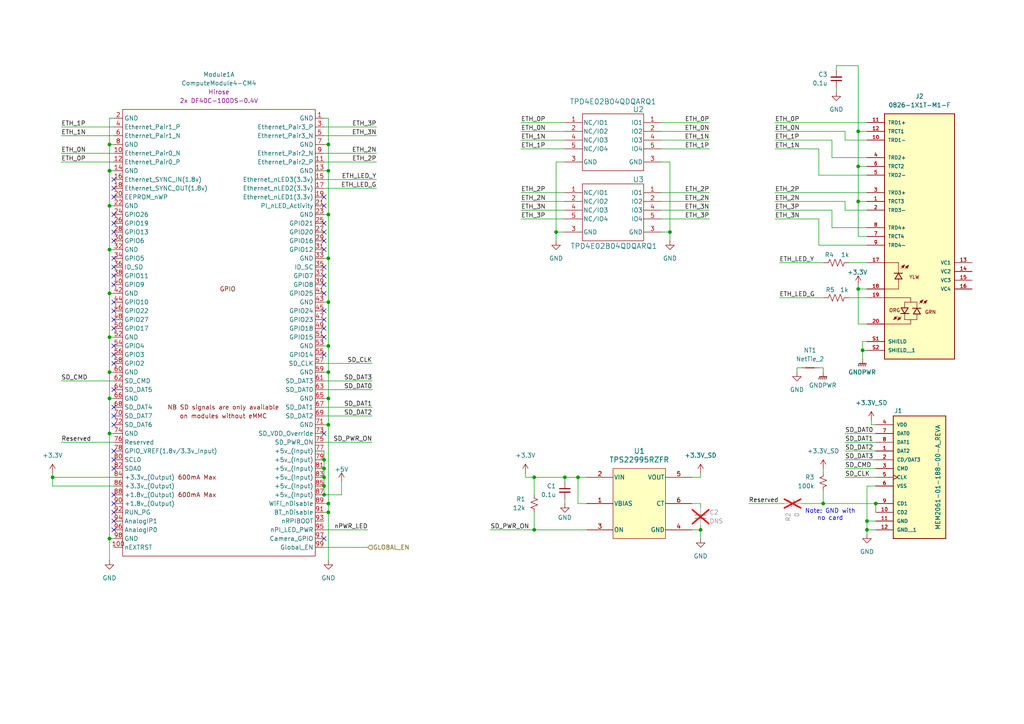
<source format=kicad_sch>
(kicad_sch (version 20231120) (generator "eeschema") (generator_version "8.0")
  (paper "A4")
  (lib_symbols
    (symbol "0826-1X1T-M1-F:0826-1X1T-M1-F" (pin_names (offset 1.016))
      (property "Reference" "J" (at -10.16 34.29 0))
      (property "Value" "0826-1X1T-M1-F" (at -10.16 -39.37 0))
      (symbol "0826-1X1T-M1-F_0_0"
        (text "GRN" (at 1.524 -23.876 0) (effects (font (size 1.016 1.016)) (justify left top)))
        (text "ORG" (at -8.89 -23.368 0) (effects (font (size 1.016 1.016)) (justify left top)))
        (text "YLW" (at -3.048 -13.716 0) (effects (font (size 1.016 1.016)) (justify left top)))
        (pin passive line (at -15.24 7.62 0) (length 5.08) (name "TRCT3") (number "1"))
        (pin passive line (at -15.24 25.4 0) (length 5.08) (name "TRD1-") (number "10"))
        (pin passive line (at -15.24 30.48 0) (length 5.08) (name "TRD1+") (number "11"))
        (pin passive line (at -15.24 27.94 0) (length 5.08) (name "TRCT1") (number "12"))
        (pin passive line (at 15.24 -10.16 180) (length 5.08) (name "VC1") (number "13"))
        (pin passive line (at 15.24 -12.7 180) (length 5.08) (name "VC2") (number "14"))
        (pin passive line (at 15.24 -15.24 180) (length 5.08) (name "VC3") (number "15"))
        (pin passive line (at 15.24 -17.78 180) (length 5.08) (name "VC4") (number "16"))
        (pin passive line (at -15.24 -10.16 0) (length 5.08) (name "~") (number "17"))
        (pin passive line (at -15.24 -17.78 0) (length 5.08) (name "~") (number "18"))
        (pin passive line (at -15.24 -20.32 0) (length 5.08) (name "~") (number "19"))
        (pin passive line (at -15.24 5.08 0) (length 5.08) (name "TRD3-") (number "2"))
        (pin passive line (at -15.24 -27.94 0) (length 5.08) (name "~") (number "20"))
        (pin passive line (at -15.24 10.16 0) (length 5.08) (name "TRD3+") (number "3"))
        (pin passive line (at -15.24 20.32 0) (length 5.08) (name "TRD2+") (number "4"))
        (pin passive line (at -15.24 15.24 0) (length 5.08) (name "TRD2-") (number "5"))
        (pin passive line (at -15.24 17.78 0) (length 5.08) (name "TRCT2") (number "6"))
        (pin passive line (at -15.24 -2.54 0) (length 5.08) (name "TRCT4") (number "7"))
        (pin passive line (at -15.24 0 0) (length 5.08) (name "TRD4+") (number "8"))
        (pin passive line (at -15.24 -5.08 0) (length 5.08) (name "TRD4-") (number "9"))
        (pin passive line (at -15.24 -33.02 0) (length 5.08) (name "SHIELD") (number "S1"))
        (pin passive line (at -15.24 -35.56 0) (length 5.08) (name "SHIELD__1") (number "S2"))
      )
    )
    (symbol "CM4IO:ComputeModule4-CM4"
      (property "Reference" "Module" (at 113.03 -68.58 0))
      (property "Value" "ComputeModule4-CM4" (at 140.97 2.54 0))
      (property "Field4" "Hirose" (at 0 0 0))
      (property "Field5" "2x DF40C-100DS-0.4V" (at 0 -2.54 0))
      (symbol "ComputeModule4-CM4_1_0"
        (text "GPIO" (at 0 6.35 0) (effects (font (size 1.27 1.27))))
      )
      (symbol "ComputeModule4-CM4_1_1"
        (text "600mA Max" (at -8.89 -53.34 0) (effects (font (size 1.27 1.27))))
        (text "600mA Max" (at -8.89 -48.26 0) (effects (font (size 1.27 1.27))))
        (text "NB SD signals are only available" (at -1.27 -27.94 0) (effects (font (size 1.27 1.27))))
        (text "on modules without eMMC" (at -1.27 -30.48 0) (effects (font (size 1.27 1.27))))
        (pin power_in line (at 27.94 55.88 180) (length 2.54) (name "GND") (number "1"))
        (pin passive line (at -33.02 45.72 0) (length 2.54) (name "Ethernet_Pair0_N") (number "10"))
        (pin output line (at -33.02 -68.58 0) (length 2.54) (name "nEXTRST") (number "100"))
        (pin passive line (at 27.94 43.18 180) (length 2.54) (name "Ethernet_Pair2_P") (number "11"))
        (pin passive line (at -33.02 43.18 0) (length 2.54) (name "Ethernet_Pair0_P") (number "12"))
        (pin power_in line (at 27.94 40.64 180) (length 2.54) (name "GND") (number "13"))
        (pin power_in line (at -33.02 40.64 0) (length 2.54) (name "GND") (number "14"))
        (pin output line (at 27.94 38.1 180) (length 2.54) (name "Ethernet_nLED3(3.3v)") (number "15"))
        (pin input line (at -33.02 38.1 0) (length 2.54) (name "Ethernet_SYNC_IN(1.8v)") (number "16"))
        (pin output line (at 27.94 35.56 180) (length 2.54) (name "Ethernet_nLED2(3.3v)") (number "17"))
        (pin input line (at -33.02 35.56 0) (length 2.54) (name "Ethernet_SYNC_OUT(1.8v)") (number "18"))
        (pin output line (at 27.94 33.02 180) (length 2.54) (name "Ethernet_nLED1(3.3v)") (number "19"))
        (pin power_in line (at -33.02 55.88 0) (length 2.54) (name "GND") (number "2"))
        (pin passive line (at -33.02 33.02 0) (length 2.54) (name "EEPROM_nWP") (number "20"))
        (pin open_collector line (at 27.94 30.48 180) (length 2.54) (name "PI_nLED_Activity") (number "21"))
        (pin power_in line (at -33.02 30.48 0) (length 2.54) (name "GND") (number "22"))
        (pin power_in line (at 27.94 27.94 180) (length 2.54) (name "GND") (number "23"))
        (pin passive line (at -33.02 27.94 0) (length 2.54) (name "GPIO26") (number "24"))
        (pin passive line (at 27.94 25.4 180) (length 2.54) (name "GPIO21") (number "25"))
        (pin passive line (at -33.02 25.4 0) (length 2.54) (name "GPIO19") (number "26"))
        (pin passive line (at 27.94 22.86 180) (length 2.54) (name "GPIO20") (number "27"))
        (pin passive line (at -33.02 22.86 0) (length 2.54) (name "GPIO13") (number "28"))
        (pin passive line (at 27.94 20.32 180) (length 2.54) (name "GPIO16") (number "29"))
        (pin passive line (at 27.94 53.34 180) (length 2.54) (name "Ethernet_Pair3_P") (number "3"))
        (pin passive line (at -33.02 20.32 0) (length 2.54) (name "GPIO6") (number "30"))
        (pin passive line (at 27.94 17.78 180) (length 2.54) (name "GPIO12") (number "31"))
        (pin power_in line (at -33.02 17.78 0) (length 2.54) (name "GND") (number "32"))
        (pin power_in line (at 27.94 15.24 180) (length 2.54) (name "GND") (number "33"))
        (pin passive line (at -33.02 15.24 0) (length 2.54) (name "GPIO5") (number "34"))
        (pin passive line (at 27.94 12.7 180) (length 2.54) (name "ID_SC") (number "35"))
        (pin passive line (at -33.02 12.7 0) (length 2.54) (name "ID_SD") (number "36"))
        (pin passive line (at 27.94 10.16 180) (length 2.54) (name "GPIO7") (number "37"))
        (pin passive line (at -33.02 10.16 0) (length 2.54) (name "GPIO11") (number "38"))
        (pin passive line (at 27.94 7.62 180) (length 2.54) (name "GPIO8") (number "39"))
        (pin passive line (at -33.02 53.34 0) (length 2.54) (name "Ethernet_Pair1_P") (number "4"))
        (pin passive line (at -33.02 7.62 0) (length 2.54) (name "GPIO9") (number "40"))
        (pin passive line (at 27.94 5.08 180) (length 2.54) (name "GPIO25") (number "41"))
        (pin power_in line (at -33.02 5.08 0) (length 2.54) (name "GND") (number "42"))
        (pin power_in line (at 27.94 2.54 180) (length 2.54) (name "GND") (number "43"))
        (pin passive line (at -33.02 2.54 0) (length 2.54) (name "GPIO10") (number "44"))
        (pin passive line (at 27.94 0 180) (length 2.54) (name "GPIO24") (number "45"))
        (pin passive line (at -33.02 0 0) (length 2.54) (name "GPIO22") (number "46"))
        (pin passive line (at 27.94 -2.54 180) (length 2.54) (name "GPIO23") (number "47"))
        (pin passive line (at -33.02 -2.54 0) (length 2.54) (name "GPIO27") (number "48"))
        (pin passive line (at 27.94 -5.08 180) (length 2.54) (name "GPIO18") (number "49"))
        (pin passive line (at 27.94 50.8 180) (length 2.54) (name "Ethernet_Pair3_N") (number "5"))
        (pin passive line (at -33.02 -5.08 0) (length 2.54) (name "GPIO17") (number "50"))
        (pin passive line (at 27.94 -7.62 180) (length 2.54) (name "GPIO15") (number "51"))
        (pin power_in line (at -33.02 -7.62 0) (length 2.54) (name "GND") (number "52"))
        (pin power_in line (at 27.94 -10.16 180) (length 2.54) (name "GND") (number "53"))
        (pin passive line (at -33.02 -10.16 0) (length 2.54) (name "GPIO4") (number "54"))
        (pin passive line (at 27.94 -12.7 180) (length 2.54) (name "GPIO14") (number "55"))
        (pin passive line (at -33.02 -12.7 0) (length 2.54) (name "GPIO3") (number "56"))
        (pin passive line (at 27.94 -15.24 180) (length 2.54) (name "SD_CLK") (number "57"))
        (pin passive line (at -33.02 -15.24 0) (length 2.54) (name "GPIO2") (number "58"))
        (pin power_in line (at 27.94 -17.78 180) (length 2.54) (name "GND") (number "59"))
        (pin passive line (at -33.02 50.8 0) (length 2.54) (name "Ethernet_Pair1_N") (number "6"))
        (pin power_in line (at -33.02 -17.78 0) (length 2.54) (name "GND") (number "60"))
        (pin passive line (at 27.94 -20.32 180) (length 2.54) (name "SD_DAT3") (number "61"))
        (pin passive line (at -33.02 -20.32 0) (length 2.54) (name "SD_CMD") (number "62"))
        (pin passive line (at 27.94 -22.86 180) (length 2.54) (name "SD_DAT0") (number "63"))
        (pin passive line (at -33.02 -22.86 0) (length 2.54) (name "SD_DAT5") (number "64"))
        (pin power_in line (at 27.94 -25.4 180) (length 2.54) (name "GND") (number "65"))
        (pin power_in line (at -33.02 -25.4 0) (length 2.54) (name "GND") (number "66"))
        (pin passive line (at 27.94 -27.94 180) (length 2.54) (name "SD_DAT1") (number "67"))
        (pin passive line (at -33.02 -27.94 0) (length 2.54) (name "SD_DAT4") (number "68"))
        (pin passive line (at 27.94 -30.48 180) (length 2.54) (name "SD_DAT2") (number "69"))
        (pin power_in line (at 27.94 48.26 180) (length 2.54) (name "GND") (number "7"))
        (pin passive line (at -33.02 -30.48 0) (length 2.54) (name "SD_DAT7") (number "70"))
        (pin power_in line (at 27.94 -33.02 180) (length 2.54) (name "GND") (number "71"))
        (pin passive line (at -33.02 -33.02 0) (length 2.54) (name "SD_DAT6") (number "72"))
        (pin input line (at 27.94 -35.56 180) (length 2.54) (name "SD_VDD_Override") (number "73"))
        (pin power_in line (at -33.02 -35.56 0) (length 2.54) (name "GND") (number "74"))
        (pin output line (at 27.94 -38.1 180) (length 2.54) (name "SD_PWR_ON") (number "75"))
        (pin passive line (at -33.02 -38.1 0) (length 2.54) (name "Reserved") (number "76"))
        (pin power_in line (at 27.94 -40.64 180) (length 2.54) (name "+5v_(Input)") (number "77"))
        (pin power_in line (at -33.02 -40.64 0) (length 2.54) (name "GPIO_VREF(1.8v/3.3v_Input)") (number "78"))
        (pin power_in line (at 27.94 -43.18 180) (length 2.54) (name "+5v_(Input)") (number "79"))
        (pin power_in line (at -33.02 48.26 0) (length 2.54) (name "GND") (number "8"))
        (pin passive line (at -33.02 -43.18 0) (length 2.54) (name "SCL0") (number "80"))
        (pin power_in line (at 27.94 -45.72 180) (length 2.54) (name "+5v_(Input)") (number "81"))
        (pin passive line (at -33.02 -45.72 0) (length 2.54) (name "SDA0") (number "82"))
        (pin power_in line (at 27.94 -48.26 180) (length 2.54) (name "+5v_(Input)") (number "83"))
        (pin power_out line (at -33.02 -48.26 0) (length 2.54) (name "+3.3v_(Output)") (number "84"))
        (pin power_in line (at 27.94 -50.8 180) (length 2.54) (name "+5v_(Input)") (number "85"))
        (pin power_out line (at -33.02 -50.8 0) (length 2.54) (name "+3.3v_(Output)") (number "86"))
        (pin power_in line (at 27.94 -53.34 180) (length 2.54) (name "+5v_(Input)") (number "87"))
        (pin power_out line (at -33.02 -53.34 0) (length 2.54) (name "+1.8v_(Output)") (number "88"))
        (pin power_in line (at 27.94 -55.88 180) (length 2.54) (name "WiFi_nDisable") (number "89"))
        (pin passive line (at 27.94 45.72 180) (length 2.54) (name "Ethernet_Pair2_N") (number "9"))
        (pin power_out line (at -33.02 -55.88 0) (length 2.54) (name "+1.8v_(Output)") (number "90"))
        (pin power_in line (at 27.94 -58.42 180) (length 2.54) (name "BT_nDisable") (number "91"))
        (pin passive line (at -33.02 -58.42 0) (length 2.54) (name "RUN_PG") (number "92"))
        (pin input line (at 27.94 -60.96 180) (length 2.54) (name "nRPIBOOT") (number "93"))
        (pin passive line (at -33.02 -60.96 0) (length 2.54) (name "AnalogIP1") (number "94"))
        (pin output line (at 27.94 -63.5 180) (length 2.54) (name "nPI_LED_PWR") (number "95"))
        (pin passive line (at -33.02 -63.5 0) (length 2.54) (name "AnalogIP0") (number "96"))
        (pin passive line (at 27.94 -66.04 180) (length 2.54) (name "Camera_GPIO") (number "97"))
        (pin power_in line (at -33.02 -66.04 0) (length 2.54) (name "GND") (number "98"))
        (pin input line (at 27.94 -68.58 180) (length 2.54) (name "Global_EN") (number "99"))
      )
      (symbol "ComputeModule4-CM4_2_1"
        (text "High Speed Serial" (at 140.97 0 0) (effects (font (size 1.27 1.27))))
        (pin input line (at 170.18 60.96 180) (length 5.08) (name "USB_OTG_ID") (number "101"))
        (pin input line (at 109.22 60.96 0) (length 5.08) (name "PCIe_CLK_nREQ") (number "102"))
        (pin passive line (at 170.18 58.42 180) (length 5.08) (name "USB2_N") (number "103"))
        (pin passive line (at 109.22 58.42 0) (length 5.08) (name "Reserved") (number "104"))
        (pin passive line (at 170.18 55.88 180) (length 5.08) (name "USB2_P") (number "105"))
        (pin passive line (at 109.22 55.88 0) (length 5.08) (name "Reserved") (number "106"))
        (pin power_in line (at 170.18 53.34 180) (length 5.08) (name "GND") (number "107"))
        (pin power_in line (at 109.22 53.34 0) (length 5.08) (name "GND") (number "108"))
        (pin bidirectional line (at 170.18 50.8 180) (length 5.08) (name "PCIe_nRST") (number "109"))
        (pin output line (at 109.22 50.8 0) (length 5.08) (name "PCIe_CLK_P") (number "110"))
        (pin passive line (at 170.18 48.26 180) (length 5.08) (name "VDAC_COMP") (number "111"))
        (pin output line (at 109.22 48.26 0) (length 5.08) (name "PCIe_CLK_N") (number "112"))
        (pin power_in line (at 170.18 45.72 180) (length 5.08) (name "GND") (number "113"))
        (pin power_in line (at 109.22 45.72 0) (length 5.08) (name "GND") (number "114"))
        (pin input line (at 170.18 43.18 180) (length 5.08) (name "CAM1_D0_N") (number "115"))
        (pin input line (at 109.22 43.18 0) (length 5.08) (name "PCIe_RX_P") (number "116"))
        (pin input line (at 170.18 40.64 180) (length 5.08) (name "CAM1_D0_P") (number "117"))
        (pin input line (at 109.22 40.64 0) (length 5.08) (name "PCIe_RX_N") (number "118"))
        (pin power_in line (at 170.18 38.1 180) (length 5.08) (name "GND") (number "119"))
        (pin power_in line (at 109.22 38.1 0) (length 5.08) (name "GND") (number "120"))
        (pin input line (at 170.18 35.56 180) (length 5.08) (name "CAM1_D1_N") (number "121"))
        (pin output line (at 109.22 35.56 0) (length 5.08) (name "PCIe_TX_P") (number "122"))
        (pin input line (at 170.18 33.02 180) (length 5.08) (name "CAM1_D1_P") (number "123"))
        (pin output line (at 109.22 33.02 0) (length 5.08) (name "PCIe_TX_N") (number "124"))
        (pin power_in line (at 170.18 30.48 180) (length 5.08) (name "GND") (number "125"))
        (pin power_in line (at 109.22 30.48 0) (length 5.08) (name "GND") (number "126"))
        (pin input line (at 170.18 27.94 180) (length 5.08) (name "CAM1_C_N") (number "127"))
        (pin input line (at 109.22 27.94 0) (length 5.08) (name "CAM0_D0_N") (number "128"))
        (pin input line (at 170.18 25.4 180) (length 5.08) (name "CAM1_C_P") (number "129"))
        (pin input line (at 109.22 25.4 0) (length 5.08) (name "CAM0_D0_P") (number "130"))
        (pin power_in line (at 170.18 22.86 180) (length 5.08) (name "GND") (number "131"))
        (pin power_in line (at 109.22 22.86 0) (length 5.08) (name "GND") (number "132"))
        (pin input line (at 170.18 20.32 180) (length 5.08) (name "CAM1_D2_N") (number "133"))
        (pin input line (at 109.22 20.32 0) (length 5.08) (name "CAM0_D1_N") (number "134"))
        (pin input line (at 170.18 17.78 180) (length 5.08) (name "CAM1_D2_P") (number "135"))
        (pin input line (at 109.22 17.78 0) (length 5.08) (name "CAM0_D1_P") (number "136"))
        (pin power_in line (at 170.18 15.24 180) (length 5.08) (name "GND") (number "137"))
        (pin power_in line (at 109.22 15.24 0) (length 5.08) (name "GND") (number "138"))
        (pin input line (at 170.18 12.7 180) (length 5.08) (name "CAM1_D3_N") (number "139"))
        (pin input line (at 109.22 12.7 0) (length 5.08) (name "CAM0_C_N") (number "140"))
        (pin input line (at 170.18 10.16 180) (length 5.08) (name "CAM1_D3_P") (number "141"))
        (pin input line (at 109.22 10.16 0) (length 5.08) (name "CAM0_C_P") (number "142"))
        (pin input line (at 170.18 7.62 180) (length 5.08) (name "HDMI1_HOTPLUG") (number "143"))
        (pin power_in line (at 109.22 7.62 0) (length 5.08) (name "GND") (number "144"))
        (pin bidirectional line (at 170.18 5.08 180) (length 5.08) (name "HDMI1_SDA") (number "145"))
        (pin output line (at 109.22 5.08 0) (length 5.08) (name "HDMI1_TX2_P") (number "146"))
        (pin open_collector line (at 170.18 2.54 180) (length 5.08) (name "HDMI1_SCL") (number "147"))
        (pin output line (at 109.22 2.54 0) (length 5.08) (name "HDMI1_TX2_N") (number "148"))
        (pin open_collector line (at 170.18 0 180) (length 5.08) (name "HDMI1_CEC") (number "149"))
        (pin power_in line (at 109.22 0 0) (length 5.08) (name "GND") (number "150"))
        (pin open_collector line (at 170.18 -2.54 180) (length 5.08) (name "HDMI0_CEC") (number "151"))
        (pin output line (at 109.22 -2.54 0) (length 5.08) (name "HDMI1_TX1_P") (number "152"))
        (pin input line (at 170.18 -5.08 180) (length 5.08) (name "HDMI0_HOTPLUG") (number "153"))
        (pin output line (at 109.22 -5.08 0) (length 5.08) (name "HDMI1_TX1_N") (number "154"))
        (pin power_in line (at 170.18 -7.62 180) (length 5.08) (name "GND") (number "155"))
        (pin power_in line (at 109.22 -7.62 0) (length 5.08) (name "GND") (number "156"))
        (pin output line (at 170.18 -10.16 180) (length 5.08) (name "DSI0_D0_N") (number "157"))
        (pin output line (at 109.22 -10.16 0) (length 5.08) (name "HDMI1_TX0_P") (number "158"))
        (pin output line (at 170.18 -12.7 180) (length 5.08) (name "DSI0_D0_P") (number "159"))
        (pin output line (at 109.22 -12.7 0) (length 5.08) (name "HDMI1_TX0_N") (number "160"))
        (pin power_in line (at 170.18 -15.24 180) (length 5.08) (name "GND") (number "161"))
        (pin power_in line (at 109.22 -15.24 0) (length 5.08) (name "GND") (number "162"))
        (pin output line (at 170.18 -17.78 180) (length 5.08) (name "DSI0_D1_N") (number "163"))
        (pin output line (at 109.22 -17.78 0) (length 5.08) (name "HDMI1_CLK_P") (number "164"))
        (pin output line (at 170.18 -20.32 180) (length 5.08) (name "DSI0_D1_P") (number "165"))
        (pin output line (at 109.22 -20.32 0) (length 5.08) (name "HDMI1_CLK_N") (number "166"))
        (pin power_in line (at 170.18 -22.86 180) (length 5.08) (name "GND") (number "167"))
        (pin power_in line (at 109.22 -22.86 0) (length 5.08) (name "GND") (number "168"))
        (pin output line (at 170.18 -25.4 180) (length 5.08) (name "DSI0_C_N") (number "169"))
        (pin output line (at 109.22 -25.4 0) (length 5.08) (name "HDMI0_TX2_P") (number "170"))
        (pin output line (at 170.18 -27.94 180) (length 5.08) (name "DSI0_C_P") (number "171"))
        (pin output line (at 109.22 -27.94 0) (length 5.08) (name "HDMI0_TX2_N") (number "172"))
        (pin power_in line (at 170.18 -30.48 180) (length 5.08) (name "GND") (number "173"))
        (pin power_in line (at 109.22 -30.48 0) (length 5.08) (name "GND") (number "174"))
        (pin output line (at 170.18 -33.02 180) (length 5.08) (name "DSI1_D0_N") (number "175"))
        (pin output line (at 109.22 -33.02 0) (length 5.08) (name "HDMI0_TX1_P") (number "176"))
        (pin output line (at 170.18 -35.56 180) (length 5.08) (name "DSI1_D0_P") (number "177"))
        (pin output line (at 109.22 -35.56 0) (length 5.08) (name "HDMI0_TX1_N") (number "178"))
        (pin power_in line (at 170.18 -38.1 180) (length 5.08) (name "GND") (number "179"))
        (pin power_in line (at 109.22 -38.1 0) (length 5.08) (name "GND") (number "180"))
        (pin output line (at 170.18 -40.64 180) (length 5.08) (name "DSI1_D1_N") (number "181"))
        (pin output line (at 109.22 -40.64 0) (length 5.08) (name "HDMI0_TX0_P") (number "182"))
        (pin output line (at 170.18 -43.18 180) (length 5.08) (name "DSI1_D1_P") (number "183"))
        (pin output line (at 109.22 -43.18 0) (length 5.08) (name "HDMI0_TX0_N") (number "184"))
        (pin power_in line (at 170.18 -45.72 180) (length 5.08) (name "GND") (number "185"))
        (pin power_in line (at 109.22 -45.72 0) (length 5.08) (name "GND") (number "186"))
        (pin output line (at 170.18 -48.26 180) (length 5.08) (name "DSI1_C_N") (number "187"))
        (pin output line (at 109.22 -48.26 0) (length 5.08) (name "HDMI0_CLK_P") (number "188"))
        (pin output line (at 170.18 -50.8 180) (length 5.08) (name "DSI1_C_P") (number "189"))
        (pin output line (at 109.22 -50.8 0) (length 5.08) (name "HDMI0_CLK_N") (number "190"))
        (pin power_in line (at 170.18 -53.34 180) (length 5.08) (name "GND") (number "191"))
        (pin power_in line (at 109.22 -53.34 0) (length 5.08) (name "GND") (number "192"))
        (pin output line (at 170.18 -55.88 180) (length 5.08) (name "DSI1_D2_N") (number "193"))
        (pin output line (at 109.22 -55.88 0) (length 5.08) (name "DSI1_D3_N") (number "194"))
        (pin output line (at 170.18 -58.42 180) (length 5.08) (name "DSI1_D2_P") (number "195"))
        (pin output line (at 109.22 -58.42 0) (length 5.08) (name "DSI1_D3_P") (number "196"))
        (pin power_in line (at 170.18 -60.96 180) (length 5.08) (name "GND") (number "197"))
        (pin power_in line (at 109.22 -60.96 0) (length 5.08) (name "GND") (number "198"))
        (pin bidirectional line (at 170.18 -63.5 180) (length 5.08) (name "HDMI0_SDA") (number "199"))
        (pin open_collector line (at 109.22 -63.5 0) (length 5.08) (name "HDMI0_SCL") (number "200"))
      )
    )
    (symbol "Device:C_Small" (pin_numbers hide) (pin_names (offset 0.254) hide)
      (property "Reference" "C" (at 0.254 1.778 0))
      (property "Value" "C_Small" (at 0.254 -2.032 0))
      (symbol "C_Small_1_1"
        (pin passive line (at 0 2.54 270) (length 2.032) (name "~") (number "1"))
        (pin passive line (at 0 -2.54 90) (length 2.032) (name "~") (number "2"))
      )
    )
    (symbol "Device:NetTie_2" (pin_numbers hide) (pin_names (offset 0) hide) (in_bom no)
      (property "Reference" "NT" (at 0 1.27 0))
      (property "Value" "NetTie_2" (at 0 -1.27 0))
      (symbol "NetTie_2_1_1"
        (pin passive line (at -2.54 0 0) (length 2.54) (name "1") (number "1"))
        (pin passive line (at 2.54 0 180) (length 2.54) (name "2") (number "2"))
      )
    )
    (symbol "Device:R_Small_US" (pin_numbers hide) (pin_names (offset 0.254) hide)
      (property "Reference" "R" (at 0.762 0.508 0))
      (property "Value" "R_Small_US" (at 0.762 -1.016 0))
      (symbol "R_Small_US_1_1"
        (pin passive line (at 0 2.54 270) (length 1.016) (name "~") (number "1"))
        (pin passive line (at 0 -2.54 90) (length 1.016) (name "~") (number "2"))
      )
    )
    (symbol "Device:R_US" (pin_numbers hide) (pin_names (offset 0))
      (property "Reference" "R" (at 2.54 0 90))
      (property "Value" "R_US" (at -2.54 0 90))
      (symbol "R_US_1_1"
        (pin passive line (at 0 3.81 270) (length 1.27) (name "~") (number "1"))
        (pin passive line (at 0 -3.81 90) (length 1.27) (name "~") (number "2"))
      )
    )
    (symbol "MEM2061-01-188-00-A_REVA:MEM2061-01-188-00-A_REVA" (pin_names (offset 1.016))
      (property "Reference" "J" (at 0 15.2675 0))
      (property "Value" "MEM2061-01-188-00-A_REVA" (at 0 -22.8815 0))
      (symbol "MEM2061-01-188-00-A_REVA_0_0"
        (pin bidirectional line (at -5.08 5.08 0) (length 5.08) (name "DAT2") (number "1"))
        (pin passive line (at -5.08 -12.7 0) (length 5.08) (name "CD2") (number "10"))
        (pin power_in line (at -5.08 -15.24 0) (length 5.08) (name "GND") (number "11"))
        (pin power_in line (at -5.08 -17.78 0) (length 5.08) (name "GND__1") (number "12"))
        (pin bidirectional line (at -5.08 2.54 0) (length 5.08) (name "CD/DAT3") (number "2"))
        (pin bidirectional line (at -5.08 0 0) (length 5.08) (name "CMD") (number "3"))
        (pin power_in line (at -5.08 12.7 0) (length 5.08) (name "VDD") (number "4"))
        (pin bidirectional clock (at -5.08 -2.54 0) (length 5.08) (name "CLK") (number "5"))
        (pin power_in line (at -5.08 -5.08 0) (length 5.08) (name "VSS") (number "6"))
        (pin bidirectional line (at -5.08 10.16 0) (length 5.08) (name "DAT0") (number "7"))
        (pin bidirectional line (at -5.08 7.62 0) (length 5.08) (name "DAT1") (number "8"))
        (pin passive line (at -5.08 -10.16 0) (length 5.08) (name "CD1") (number "9"))
      )
    )
    (symbol "TPD4E02B04QDQARQ1:TPD4E02B04QDQARQ1" (pin_names (offset 0.254))
      (property "Reference" "U" (at -8.128 13.97 0))
      (property "Value" "TPD4E02B04QDQARQ1" (at 0.254 -5.588 0))
      (symbol "TPD4E02B04QDQARQ1_0_1"
        (pin power_in line (at -13.97 -1.27 0) (length 5.08) (name "GND") (number "3"))
      )
      (symbol "TPD4E02B04QDQARQ1_1_1"
        (pin passive line (at -13.97 10.16 0) (length 5.08) (name "IO1") (number "1"))
        (pin passive line (at 13.97 10.16 180) (length 5.08) (name "NC/IO1") (number "1"))
        (pin passive line (at -13.97 7.62 0) (length 5.08) (name "IO2") (number "2"))
        (pin passive line (at 13.97 7.62 180) (length 5.08) (name "NC/IO2") (number "2"))
        (pin power_in line (at 13.97 -1.27 180) (length 5.08) (name "GND") (number "3"))
        (pin passive line (at -13.97 5.08 0) (length 5.08) (name "IO3") (number "4"))
        (pin passive line (at 13.97 5.08 180) (length 5.08) (name "NC/IO3") (number "4"))
        (pin passive line (at -13.97 2.54 0) (length 5.08) (name "IO4") (number "5"))
        (pin passive line (at 13.97 2.54 180) (length 5.08) (name "NC/IO4") (number "5"))
      )
    )
    (symbol "TPS22995RZFR:TPS22995RZFR" (pin_names (offset 0.254))
      (property "Reference" "U4" (at 0 13.97 0))
      (property "Value" "TPS22995RZFR" (at 0 11.43 0))
      (symbol "TPS22995RZFR_0_1"
        (pin power_in line (at -15.24 -1.27 0) (length 7.62) (name "VBIAS") (number "1"))
        (pin power_in line (at -15.24 6.35 0) (length 7.62) (name "VIN") (number "2"))
        (pin input line (at -15.24 -8.89 0) (length 7.62) (name "ON") (number "3"))
        (pin power_out line (at 15.24 -8.89 180) (length 7.62) (name "GND") (number "4"))
        (pin output line (at 15.24 6.35 180) (length 7.62) (name "VOUT") (number "5"))
        (pin input line (at 15.24 -1.27 180) (length 7.62) (name "CT") (number "6"))
      )
    )
    (symbol "power:+3.3V" (power) (pin_names (offset 0))
      (property "Value" "+3.3V" (at 0 3.556 0))
      (symbol "+3.3V_1_1"
        (pin power_in line (at 0 0 90) (length 0) hide (name "+3.3V") (number "1"))
      )
    )
    (symbol "power:+5V" (power) (pin_names (offset 0))
      (property "Value" "+5V" (at 0 3.556 0))
      (symbol "+5V_1_1"
        (pin power_in line (at 0 0 90) (length 0) hide (name "+5V") (number "1"))
      )
    )
    (symbol "power:GND" (power) (pin_names (offset 0))
      (property "Value" "GND" (at 0 -3.81 0))
      (symbol "GND_1_1"
        (pin power_in line (at 0 0 270) (length 0) hide (name "GND") (number "1"))
      )
    )
    (symbol "power:GNDPWR" (power) (pin_names (offset 0))
      (property "Value" "GNDPWR" (at 0 -3.302 0))
      (symbol "GNDPWR_1_1"
        (pin power_in line (at 0 0 270) (length 0) hide (name "GNDPWR") (number "1"))
      )
    )
  )
  (junction (at 95.25 107.95))
  (junction (at 250.19 101.6))
  (junction (at 95.25 49.53))
  (junction (at 95.25 115.57))
  (junction (at 154.94 153.67))
  (junction (at 31.75 59.69))
  (junction (at 15.24 138.43))
  (junction (at 248.92 48.26))
  (junction (at 238.76 146.05))
  (junction (at 248.92 83.82))
  (junction (at 31.75 97.79))
  (junction (at 31.75 115.57))
  (junction (at 93.98 143.51))
  (junction (at 254 146.05))
  (junction (at 251.46 153.67))
  (junction (at 248.92 38.1))
  (junction (at 95.25 87.63))
  (junction (at 31.75 156.21))
  (junction (at 31.75 125.73))
  (junction (at 161.29 67.31))
  (junction (at 95.25 123.19))
  (junction (at 93.98 140.97))
  (junction (at 248.92 58.42))
  (junction (at 167.64 138.43))
  (junction (at 31.75 85.09))
  (junction (at 93.98 135.89))
  (junction (at 93.98 133.35))
  (junction (at 31.75 72.39))
  (junction (at 251.46 151.13))
  (junction (at 95.25 41.91))
  (junction (at 95.25 100.33))
  (junction (at 95.25 62.23))
  (junction (at 203.2 153.67))
  (junction (at 194.31 67.31))
  (junction (at 31.75 49.53))
  (junction (at 95.25 146.05))
  (junction (at 95.25 148.59))
  (junction (at 95.25 74.93))
  (junction (at 31.75 41.91))
  (junction (at 31.75 107.95))
  (junction (at 93.98 138.43))
  (junction (at 163.83 138.43))
  (junction (at 154.94 138.43))
  (no_connect (at 93.98 82.55))
  (no_connect (at 33.02 118.11))
  (no_connect (at 93.98 69.85))
  (no_connect (at 33.02 95.25))
  (no_connect (at 33.02 113.03))
  (no_connect (at 93.98 95.25))
  (no_connect (at 33.02 102.87))
  (no_connect (at 33.02 123.19))
  (no_connect (at 33.02 74.93))
  (no_connect (at 33.02 148.59))
  (no_connect (at 33.02 92.71))
  (no_connect (at 33.02 105.41))
  (no_connect (at 33.02 100.33))
  (no_connect (at 33.02 143.51))
  (no_connect (at 93.98 59.69))
  (no_connect (at 93.98 77.47))
  (no_connect (at 93.98 64.77))
  (no_connect (at 33.02 87.63))
  (no_connect (at 33.02 135.89))
  (no_connect (at 93.98 72.39))
  (no_connect (at 33.02 90.17))
  (no_connect (at 93.98 125.73))
  (no_connect (at 93.98 156.21))
  (no_connect (at 33.02 153.67))
  (no_connect (at 33.02 62.23))
  (no_connect (at 33.02 67.31))
  (no_connect (at 93.98 80.01))
  (no_connect (at 33.02 130.81))
  (no_connect (at 33.02 57.15))
  (no_connect (at 33.02 54.61))
  (no_connect (at 33.02 151.13))
  (no_connect (at 93.98 90.17))
  (no_connect (at 33.02 120.65))
  (no_connect (at 93.98 57.15))
  (no_connect (at 33.02 64.77))
  (no_connect (at 33.02 146.05))
  (no_connect (at 93.98 97.79))
  (no_connect (at 33.02 69.85))
  (no_connect (at 33.02 52.07))
  (no_connect (at 93.98 102.87))
  (no_connect (at 93.98 92.71))
  (no_connect (at 93.98 85.09))
  (no_connect (at 33.02 82.55))
  (no_connect (at 33.02 77.47))
  (no_connect (at 33.02 80.01))
  (no_connect (at 33.02 133.35))
  (no_connect (at 93.98 67.31))
  (wire (pts (xy 33.02 138.43) (xy 15.24 138.43)))
  (wire (pts (xy 163.83 138.43) (xy 154.94 138.43)))
  (wire (pts (xy 95.25 49.53) (xy 95.25 62.23)))
  (wire (pts (xy 248.92 38.1) (xy 248.92 48.26)))
  (wire (pts (xy 251.46 153.67) (xy 251.46 154.94)))
  (wire (pts (xy 109.22 46.99) (xy 93.98 46.99)))
  (wire (pts (xy 250.19 99.06) (xy 250.19 101.6)))
  (wire (pts (xy 93.98 130.81) (xy 93.98 133.35)))
  (wire (pts (xy 237.49 50.8) (xy 237.49 43.18)))
  (wire (pts (xy 31.75 115.57) (xy 31.75 125.73)))
  (wire (pts (xy 107.95 110.49) (xy 93.98 110.49)))
  (wire (pts (xy 31.75 107.95) (xy 31.75 115.57)))
  (wire (pts (xy 245.11 135.89) (xy 254 135.89)))
  (wire (pts (xy 237.49 71.12) (xy 251.46 71.12)))
  (wire (pts (xy 238.76 146.05) (xy 238.76 142.24)))
  (wire (pts (xy 95.25 87.63) (xy 95.25 100.33)))
  (wire (pts (xy 191.77 60.96) (xy 205.74 60.96)))
  (wire (pts (xy 203.2 146.05) (xy 203.2 147.32)))
  (wire (pts (xy 95.25 100.33) (xy 95.25 107.95)))
  (wire (pts (xy 245.11 125.73) (xy 254 125.73)))
  (wire (pts (xy 154.94 153.67) (xy 170.18 153.67)))
  (wire (pts (xy 15.24 140.97) (xy 15.24 138.43)))
  (wire (pts (xy 17.78 128.27) (xy 33.02 128.27)))
  (wire (pts (xy 191.77 46.99) (xy 194.31 46.99)))
  (wire (pts (xy 151.13 55.88) (xy 163.83 55.88)))
  (wire (pts (xy 161.29 67.31) (xy 163.83 67.31)))
  (wire (pts (xy 31.75 97.79) (xy 31.75 107.95)))
  (wire (pts (xy 194.31 46.99) (xy 194.31 67.31)))
  (wire (pts (xy 246.38 76.2) (xy 251.46 76.2)))
  (wire (pts (xy 248.92 58.42) (xy 248.92 68.58)))
  (wire (pts (xy 154.94 148.59) (xy 154.94 153.67)))
  (wire (pts (xy 224.79 43.18) (xy 237.49 43.18)))
  (wire (pts (xy 203.2 153.67) (xy 203.2 152.4)))
  (wire (pts (xy 151.13 58.42) (xy 163.83 58.42)))
  (wire (pts (xy 191.77 35.56) (xy 205.74 35.56)))
  (wire (pts (xy 254 123.19) (xy 252.73 123.19)))
  (wire (pts (xy 231.14 106.68) (xy 231.14 107.95)))
  (wire (pts (xy 109.22 52.07) (xy 93.98 52.07)))
  (wire (pts (xy 248.92 38.1) (xy 251.46 38.1)))
  (wire (pts (xy 245.11 60.96) (xy 245.11 58.42)))
  (wire (pts (xy 203.2 153.67) (xy 203.2 156.21)))
  (wire (pts (xy 151.13 40.64) (xy 163.83 40.64)))
  (wire (pts (xy 203.2 137.16) (xy 203.2 138.43)))
  (wire (pts (xy 245.11 40.64) (xy 251.46 40.64)))
  (wire (pts (xy 93.98 107.95) (xy 95.25 107.95)))
  (wire (pts (xy 248.92 68.58) (xy 251.46 68.58)))
  (wire (pts (xy 251.46 151.13) (xy 254 151.13)))
  (wire (pts (xy 191.77 55.88) (xy 205.74 55.88)))
  (wire (pts (xy 163.83 144.78) (xy 163.83 146.05)))
  (wire (pts (xy 93.98 128.27) (xy 107.95 128.27)))
  (wire (pts (xy 251.46 83.82) (xy 248.92 83.82)))
  (wire (pts (xy 31.75 97.79) (xy 33.02 97.79)))
  (wire (pts (xy 152.4 138.43) (xy 152.4 137.16)))
  (wire (pts (xy 31.75 41.91) (xy 33.02 41.91)))
  (wire (pts (xy 95.25 74.93) (xy 95.25 87.63)))
  (wire (pts (xy 224.79 35.56) (xy 251.46 35.56)))
  (wire (pts (xy 224.79 60.96) (xy 241.3 60.96)))
  (wire (pts (xy 93.98 153.67) (xy 106.68 153.67)))
  (wire (pts (xy 242.57 19.05) (xy 248.92 19.05)))
  (wire (pts (xy 194.31 67.31) (xy 191.77 67.31)))
  (wire (pts (xy 242.57 25.4) (xy 242.57 26.67)))
  (wire (pts (xy 95.25 34.29) (xy 95.25 41.91)))
  (wire (pts (xy 194.31 67.31) (xy 194.31 69.85)))
  (wire (pts (xy 237.49 71.12) (xy 237.49 63.5)))
  (wire (pts (xy 31.75 34.29) (xy 31.75 41.91)))
  (wire (pts (xy 31.75 59.69) (xy 33.02 59.69)))
  (wire (pts (xy 224.79 63.5) (xy 237.49 63.5)))
  (wire (pts (xy 31.75 115.57) (xy 33.02 115.57)))
  (wire (pts (xy 191.77 58.42) (xy 205.74 58.42)))
  (wire (pts (xy 93.98 113.03) (xy 107.95 113.03)))
  (wire (pts (xy 237.49 106.68) (xy 238.76 106.68)))
  (wire (pts (xy 93.98 62.23) (xy 95.25 62.23)))
  (wire (pts (xy 191.77 63.5) (xy 205.74 63.5)))
  (wire (pts (xy 245.11 40.64) (xy 245.11 38.1)))
  (wire (pts (xy 250.19 101.6) (xy 250.19 104.14)))
  (wire (pts (xy 191.77 38.1) (xy 205.74 38.1)))
  (wire (pts (xy 246.38 86.36) (xy 251.46 86.36)))
  (wire (pts (xy 151.13 43.18) (xy 163.83 43.18)))
  (wire (pts (xy 31.75 41.91) (xy 31.75 49.53)))
  (wire (pts (xy 241.3 45.72) (xy 251.46 45.72)))
  (wire (pts (xy 31.75 85.09) (xy 33.02 85.09)))
  (wire (pts (xy 254 140.97) (xy 251.46 140.97)))
  (wire (pts (xy 93.98 100.33) (xy 95.25 100.33)))
  (wire (pts (xy 251.46 93.98) (xy 248.92 93.98)))
  (wire (pts (xy 250.19 101.6) (xy 251.46 101.6)))
  (wire (pts (xy 170.18 146.05) (xy 167.64 146.05)))
  (wire (pts (xy 200.66 153.67) (xy 203.2 153.67)))
  (wire (pts (xy 226.06 86.36) (xy 238.76 86.36)))
  (wire (pts (xy 31.75 72.39) (xy 33.02 72.39)))
  (wire (pts (xy 163.83 46.99) (xy 161.29 46.99)))
  (wire (pts (xy 31.75 125.73) (xy 33.02 125.73)))
  (wire (pts (xy 191.77 43.18) (xy 205.74 43.18)))
  (wire (pts (xy 31.75 156.21) (xy 33.02 156.21)))
  (wire (pts (xy 31.75 85.09) (xy 31.75 97.79)))
  (wire (pts (xy 226.06 76.2) (xy 238.76 76.2)))
  (wire (pts (xy 33.02 140.97) (xy 15.24 140.97)))
  (wire (pts (xy 154.94 138.43) (xy 154.94 143.51)))
  (wire (pts (xy 107.95 105.41) (xy 93.98 105.41)))
  (wire (pts (xy 93.98 115.57) (xy 95.25 115.57)))
  (wire (pts (xy 238.76 146.05) (xy 254 146.05)))
  (wire (pts (xy 251.46 140.97) (xy 251.46 151.13)))
  (wire (pts (xy 200.66 146.05) (xy 203.2 146.05)))
  (wire (pts (xy 224.79 38.1) (xy 245.11 38.1)))
  (wire (pts (xy 93.98 123.19) (xy 95.25 123.19)))
  (wire (pts (xy 200.66 138.43) (xy 203.2 138.43)))
  (wire (pts (xy 232.41 106.68) (xy 231.14 106.68)))
  (wire (pts (xy 95.25 148.59) (xy 95.25 162.56)))
  (wire (pts (xy 95.25 62.23) (xy 95.25 74.93)))
  (wire (pts (xy 154.94 138.43) (xy 152.4 138.43)))
  (wire (pts (xy 217.17 146.05) (xy 227.33 146.05)))
  (wire (pts (xy 93.98 74.93) (xy 95.25 74.93)))
  (wire (pts (xy 17.78 39.37) (xy 33.02 39.37)))
  (wire (pts (xy 248.92 83.82) (xy 248.92 82.55)))
  (wire (pts (xy 248.92 93.98) (xy 248.92 83.82)))
  (wire (pts (xy 93.98 133.35) (xy 93.98 135.89)))
  (wire (pts (xy 248.92 48.26) (xy 248.92 58.42)))
  (wire (pts (xy 245.11 133.35) (xy 254 133.35)))
  (wire (pts (xy 151.13 63.5) (xy 163.83 63.5)))
  (wire (pts (xy 245.11 128.27) (xy 254 128.27)))
  (wire (pts (xy 245.11 130.81) (xy 254 130.81)))
  (wire (pts (xy 31.75 49.53) (xy 33.02 49.53)))
  (wire (pts (xy 93.98 120.65) (xy 107.95 120.65)))
  (wire (pts (xy 95.25 107.95) (xy 95.25 115.57)))
  (wire (pts (xy 93.98 138.43) (xy 93.98 140.97)))
  (wire (pts (xy 245.11 138.43) (xy 254 138.43)))
  (wire (pts (xy 224.79 40.64) (xy 241.3 40.64)))
  (wire (pts (xy 163.83 138.43) (xy 163.83 139.7)))
  (wire (pts (xy 95.25 41.91) (xy 95.25 49.53)))
  (wire (pts (xy 107.95 118.11) (xy 93.98 118.11)))
  (wire (pts (xy 93.98 135.89) (xy 93.98 138.43)))
  (wire (pts (xy 242.57 20.32) (xy 242.57 19.05)))
  (wire (pts (xy 251.46 99.06) (xy 250.19 99.06)))
  (wire (pts (xy 93.98 41.91) (xy 95.25 41.91)))
  (wire (pts (xy 93.98 143.51) (xy 99.06 143.51)))
  (wire (pts (xy 31.75 49.53) (xy 31.75 59.69)))
  (wire (pts (xy 245.11 60.96) (xy 251.46 60.96)))
  (wire (pts (xy 95.25 123.19) (xy 95.25 146.05)))
  (wire (pts (xy 232.41 146.05) (xy 238.76 146.05)))
  (wire (pts (xy 93.98 34.29) (xy 95.25 34.29)))
  (wire (pts (xy 241.3 66.04) (xy 241.3 60.96)))
  (wire (pts (xy 237.49 50.8) (xy 251.46 50.8)))
  (wire (pts (xy 93.98 49.53) (xy 95.25 49.53)))
  (wire (pts (xy 151.13 38.1) (xy 163.83 38.1)))
  (wire (pts (xy 99.06 139.7) (xy 99.06 143.51)))
  (wire (pts (xy 151.13 60.96) (xy 163.83 60.96)))
  (wire (pts (xy 191.77 40.64) (xy 205.74 40.64)))
  (wire (pts (xy 17.78 110.49) (xy 33.02 110.49)))
  (wire (pts (xy 241.3 45.72) (xy 241.3 40.64)))
  (wire (pts (xy 142.24 153.67) (xy 154.94 153.67)))
  (wire (pts (xy 109.22 36.83) (xy 93.98 36.83)))
  (wire (pts (xy 161.29 67.31) (xy 161.29 69.85)))
  (wire (pts (xy 31.75 156.21) (xy 31.75 162.56)))
  (wire (pts (xy 93.98 158.75) (xy 106.68 158.75)))
  (wire (pts (xy 151.13 35.56) (xy 163.83 35.56)))
  (wire (pts (xy 31.75 59.69) (xy 31.75 72.39)))
  (wire (pts (xy 161.29 46.99) (xy 161.29 67.31)))
  (wire (pts (xy 254 146.05) (xy 254 148.59)))
  (wire (pts (xy 93.98 140.97) (xy 93.98 143.51)))
  (wire (pts (xy 93.98 148.59) (xy 95.25 148.59)))
  (wire (pts (xy 238.76 135.89) (xy 238.76 137.16)))
  (wire (pts (xy 17.78 36.83) (xy 33.02 36.83)))
  (wire (pts (xy 167.64 138.43) (xy 170.18 138.43)))
  (wire (pts (xy 95.25 146.05) (xy 95.25 148.59)))
  (wire (pts (xy 109.22 54.61) (xy 93.98 54.61)))
  (wire (pts (xy 224.79 55.88) (xy 251.46 55.88)))
  (wire (pts (xy 167.64 138.43) (xy 163.83 138.43)))
  (wire (pts (xy 31.75 125.73) (xy 31.75 156.21)))
  (wire (pts (xy 238.76 106.68) (xy 238.76 107.95)))
  (wire (pts (xy 167.64 146.05) (xy 167.64 138.43)))
  (wire (pts (xy 251.46 153.67) (xy 254 153.67)))
  (wire (pts (xy 248.92 48.26) (xy 251.46 48.26)))
  (wire (pts (xy 95.25 115.57) (xy 95.25 123.19)))
  (wire (pts (xy 252.73 121.92) (xy 252.73 123.19)))
  (wire (pts (xy 17.78 46.99) (xy 33.02 46.99)))
  (wire (pts (xy 93.98 87.63) (xy 95.25 87.63)))
  (wire (pts (xy 109.22 39.37) (xy 93.98 39.37)))
  (wire (pts (xy 224.79 58.42) (xy 245.11 58.42)))
  (wire (pts (xy 241.3 66.04) (xy 251.46 66.04)))
  (wire (pts (xy 251.46 151.13) (xy 251.46 153.67)))
  (wire (pts (xy 33.02 34.29) (xy 31.75 34.29)))
  (wire (pts (xy 31.75 107.95) (xy 33.02 107.95)))
  (wire (pts (xy 31.75 72.39) (xy 31.75 85.09)))
  (wire (pts (xy 17.78 44.45) (xy 33.02 44.45)))
  (wire (pts (xy 248.92 58.42) (xy 251.46 58.42)))
  (wire (pts (xy 93.98 146.05) (xy 95.25 146.05)))
  (wire (pts (xy 248.92 19.05) (xy 248.92 38.1)))
  (wire (pts (xy 15.24 137.16) (xy 15.24 138.43)))
  (wire (pts (xy 109.22 44.45) (xy 93.98 44.45)))
  (text "Note: GND with\nno card" (at 240.792 149.352 0) (effects (font (size 1.27 1.27))))
  (label "ETH_1N" (at 224.79 43.18 0))
  (label "ETH_1P" (at 224.79 40.64 0))
  (label "SD_DAT3" (at 245.11 133.35 0))
  (label "ETH_1P" (at 17.78 36.83 0))
  (label "ETH_0P" (at 205.74 35.56 180))
  (label "ETH_0N" (at 224.79 38.1 0))
  (label "SD_PWR_ON" (at 142.24 153.67 0))
  (label "ETH_2N" (at 224.79 58.42 0))
  (label "SD_CMD" (at 17.78 110.49 0))
  (label "ETH_2P" (at 205.74 55.88 180))
  (label "ETH_LED_G" (at 226.06 86.36 0))
  (label "ETH_0P" (at 224.79 35.56 0))
  (label "nPWR_LED" (at 106.68 153.67 180))
  (label "ETH_1N" (at 151.13 40.64 0))
  (label "ETH_0N" (at 17.78 44.45 0))
  (label "ETH_2P" (at 109.22 46.99 180))
  (label "SD_DAT2" (at 107.95 120.65 180))
  (label "ETH_1P" (at 205.74 43.18 180))
  (label "Reserved" (at 217.17 146.05 0))
  (label "ETH_1P" (at 151.13 43.18 0))
  (label "SD_DAT1" (at 245.11 128.27 0))
  (label "SD_CLK" (at 245.11 138.43 0))
  (label "ETH_3P" (at 205.74 63.5 180))
  (label "ETH_0N" (at 151.13 38.1 0))
  (label "ETH_2P" (at 224.79 55.88 0))
  (label "ETH_3N" (at 224.79 63.5 0))
  (label "ETH_LED_G" (at 109.22 54.61 180))
  (label "ETH_1N" (at 17.78 39.37 0))
  (label "ETH_3P" (at 151.13 63.5 0))
  (label "SD_DAT0" (at 107.95 113.03 180))
  (label "ETH_1N" (at 205.74 40.64 180))
  (label "ETH_3P" (at 224.79 60.96 0))
  (label "ETH_3N" (at 151.13 60.96 0))
  (label "SD_PWR_ON" (at 107.95 128.27 180))
  (label "SD_DAT3" (at 107.95 110.49 180))
  (label "ETH_2N" (at 205.74 58.42 180))
  (label "ETH_3N" (at 109.22 39.37 180))
  (label "ETH_LED_Y" (at 226.06 76.2 0))
  (label "ETH_3P" (at 109.22 36.83 180))
  (label "SD_CMD" (at 245.11 135.89 0))
  (label "SD_CLK" (at 107.95 105.41 180))
  (label "ETH_LED_Y" (at 109.22 52.07 180))
  (label "ETH_3N" (at 205.74 60.96 180))
  (label "Reserved" (at 17.78 128.27 0))
  (label "SD_DAT0" (at 245.11 125.73 0))
  (label "ETH_0P" (at 151.13 35.56 0))
  (label "ETH_0P" (at 17.78 46.99 0))
  (label "ETH_0N" (at 205.74 38.1 180))
  (label "SD_DAT2" (at 245.11 130.81 0))
  (label "ETH_2N" (at 109.22 44.45 180))
  (label "ETH_2P" (at 151.13 55.88 0))
  (label "SD_DAT1" (at 107.95 118.11 180))
  (label "ETH_2N" (at 151.13 58.42 0))
  (hierarchical_label "GLOBAL_EN" (shape input) (at 106.68 158.75 0))
  (symbol (lib_id "0826-1X1T-M1-F:0826-1X1T-M1-F") (at 266.7 66.04 0) (unit 1)
    (property "Reference" "J2" (at 266.7 27.94 0))
    (property "Value" "0826-1X1T-M1-F" (at 266.7 30.48 0))
    (property "Footprint" "0826-1X1T-M1-F:BEL_0826-1X1T-M1-F" (effects (hide yes)))
    (property "PARTREV" "A" (effects (hide yes)))
    (property "STANDARD" "Manufacturer Recommendations" (effects (hide yes)))
    (property "MAXIMUM_PACKAGE_HEIGHT" "15.52mm" (effects (hide yes)))
    (property "MANUFACTURER" "Bel Fuse" (effects (hide yes)))
  )
  (symbol (lib_id "power:GNDPWR") (at 238.76 107.95 0) (unit 1)
    (property "Reference" "#PWR036" (effects (hide yes)))
    (property "Value" "GNDPWR" (at 238.633 111.76 0))
    (property "Description" "Power symbol creates a global label with name \"GNDPWR\" , global ground" (effects (hide yes)))
  )
  (symbol (lib_id "power:GND") (at 31.75 162.56 0) (unit 1)
    (property "Reference" "#PWR02" (effects (hide yes)))
    (property "Value" "GND" (at 31.75 167.64 0))
    (property "Description" "Power symbol creates a global label with name \"GND\" , ground" (effects (hide yes)))
  )
  (symbol (lib_id "power:+3.3V") (at 15.24 137.16 0) (unit 1)
    (property "Reference" "#PWR01" (effects (hide yes)))
    (property "Value" "+3.3V" (at 15.24 132.08 0))
    (property "Description" "Power symbol creates a global label with name \"+3.3V\"" (effects (hide yes)))
  )
  (symbol (lib_id "Device:R_US") (at 242.57 86.36 90) (unit 1)
    (property "Reference" "R5" (at 240.792 84.074 90))
    (property "Value" "1k" (at 244.856 84.074 90))
    (property "Footprint" "Resistor_SMD:R_0603_1608Metric" (effects (hide yes)))
    (property "Description" "Resistor, US symbol" (effects (hide yes)))
  )
  (symbol (lib_id "TPD4E02B04QDQARQ1:TPD4E02B04QDQARQ1") (at 177.8 66.04 0) (mirror y) (unit 1)
    (property "Reference" "U3" (at 185.166 52.07 0) (effects (font (size 1.524 1.524))))
    (property "Value" "TPD4E02B04QDQARQ1" (at 178.054 71.374 0) (effects (font (size 1.524 1.524))))
    (property "Footprint" "TPD4E02B04QDQARQ1:DQA0010A" (effects (hide yes)))
    (property "Datasheet" "TPD4E02B04QDQARQ1" (effects (hide yes)))
  )
  (symbol (lib_id "power:GND") (at 251.46 154.94 0) (unit 1)
    (property "Reference" "#PWR015" (effects (hide yes)))
    (property "Value" "GND" (at 251.46 160.02 0))
    (property "Description" "Power symbol creates a global label with name \"GND\" , ground" (effects (hide yes)))
  )
  (symbol (lib_id "Device:R_Small_US") (at 154.94 146.05 0) (unit 1)
    (property "Reference" "R1" (at 152.4 144.7799 0) (effects (justify right)))
    (property "Value" "12k" (at 152.4 147.3199 0) (effects (justify right)))
    (property "Footprint" "Resistor_SMD:R_0603_1608Metric_Pad0.98x0.95mm_HandSolder" (effects (hide yes)))
    (property "Description" "Resistor, small US symbol" (effects (hide yes)))
  )
  (symbol (lib_id "power:GND") (at 242.57 26.67 0) (unit 1)
    (property "Reference" "#PWR012" (effects (hide yes)))
    (property "Value" "GND" (at 242.57 31.75 0))
    (property "Description" "Power symbol creates a global label with name \"GND\" , ground" (effects (hide yes)))
  )
  (symbol (lib_id "power:GND") (at 231.14 107.95 0) (mirror y) (unit 1)
    (property "Reference" "#PWR037" (effects (hide yes)))
    (property "Value" "GND" (at 231.14 113.03 0))
    (property "Description" "Power symbol creates a global label with name \"GND\" , ground" (effects (hide yes)))
  )
  (symbol (lib_id "TPD4E02B04QDQARQ1:TPD4E02B04QDQARQ1") (at 177.8 45.72 0) (mirror y) (unit 1)
    (property "Reference" "U2" (at 185.166 31.75 0) (effects (font (size 1.524 1.524))))
    (property "Value" "TPD4E02B04QDQARQ1" (at 177.8 29.464 0) (effects (font (size 1.524 1.524))))
    (property "Footprint" "TPD4E02B04QDQARQ1:DQA0010A" (effects (hide yes)))
    (property "Datasheet" "TPD4E02B04QDQARQ1" (effects (hide yes)))
  )
  (symbol (lib_id "power:+3.3V") (at 252.73 121.92 0) (unit 1)
    (property "Reference" "#PWR016" (effects (hide yes)))
    (property "Value" "+3.3V_SD" (at 252.73 116.84 0))
    (property "Description" "Power symbol creates a global label with name \"+3.3V\"" (effects (hide yes)))
  )
  (symbol (lib_id "power:GNDPWR") (at 250.19 104.14 0) (unit 1)
    (property "Reference" "#PWR014" (effects (hide yes)))
    (property "Value" "GNDPWR" (at 250.063 107.95 0))
    (property "Description" "Power symbol creates a global label with name \"GNDPWR\" , global ground" (effects (hide yes)))
  )
  (symbol (lib_id "MEM2061-01-188-00-A_REVA:MEM2061-01-188-00-A_REVA") (at 259.08 135.89 0) (unit 1)
    (property "Reference" "J1" (at 259.334 119.126 0) (effects (justify left)))
    (property "Value" "MEM2061-01-188-00-A_REVA" (at 272.034 153.67 90) (effects (justify left)))
    (property "Footprint" "MEM2061-01-188-00-A_REVA:GCT_MEM2061-01-188-00-A_REVA" (effects (hide yes)))
    (property "MANUFACTURER" "GCT" (effects (hide yes)))
  )
  (symbol (lib_id "power:+3.3V") (at 203.2 137.16 0) (unit 1)
    (property "Reference" "#PWR08" (effects (hide yes)))
    (property "Value" "+3.3V_SD" (at 203.2 132.08 0))
    (property "Description" "Power symbol creates a global label with name \"+3.3V\"" (effects (hide yes)))
  )
  (symbol (lib_id "CM4IO:ComputeModule4-CM4") (at 66.04 90.17 0) (unit 1)
    (property "Reference" "Module1" (at 63.5 21.59 0))
    (property "Value" "ComputeModule4-CM4" (at 63.5 24.13 0))
    (property "Footprint" "cm4node:Raspberry-Pi-4-Compute-Module" (effects (hide yes)))
    (property "Field4" "Hirose" (at 63.5 26.67 0))
    (property "Field5" "2x DF40C-100DS-0.4V" (at 63.5 29.21 0))
  )
  (symbol (lib_id "Device:C_Small") (at 163.83 142.24 0) (mirror y) (unit 1)
    (property "Reference" "C1" (at 161.29 140.9762 0) (effects (justify left)))
    (property "Value" "0.1u" (at 161.29 143.5162 0) (effects (justify left)))
    (property "Footprint" "Capacitor_SMD:C_0603_1608Metric_Pad1.08x0.95mm_HandSolder" (effects (hide yes)))
    (property "Description" "Unpolarized capacitor, small symbol" (effects (hide yes)))
  )
  (symbol (lib_id "power:GND") (at 161.29 69.85 0) (unit 1)
    (property "Reference" "#PWR07" (effects (hide yes)))
    (property "Value" "GND" (at 161.29 74.93 0))
    (property "Description" "Power symbol creates a global label with name \"GND\" , ground" (effects (hide yes)))
  )
  (symbol (lib_id "Device:C_Small") (at 242.57 22.86 0) (mirror x) (unit 1)
    (property "Reference" "C3" (at 240.03 21.5835 0) (effects (justify right)))
    (property "Value" "0.1u" (at 240.03 24.1235 0) (effects (justify right)))
    (property "Footprint" "Capacitor_SMD:C_0603_1608Metric" (effects (hide yes)))
    (property "Description" "Unpolarized capacitor, small symbol" (effects (hide yes)))
  )
  (symbol (lib_id "power:+5V") (at 99.06 139.7 0) (unit 1)
    (property "Reference" "#PWR04" (effects (hide yes)))
    (property "Value" "+5V" (at 99.06 136.144 0))
    (property "Description" "Power symbol creates a global label with name \"+5V\"" (effects (hide yes)))
  )
  (symbol (lib_id "Device:R_US") (at 242.57 76.2 90) (unit 1)
    (property "Reference" "R4" (at 240.538 73.914 90))
    (property "Value" "1k" (at 245.11 73.914 90))
    (property "Footprint" "Resistor_SMD:R_0603_1608Metric" (effects (hide yes)))
    (property "Description" "Resistor, US symbol" (effects (hide yes)))
  )
  (symbol (lib_id "power:GND") (at 203.2 156.21 0) (unit 1)
    (property "Reference" "#PWR09" (effects (hide yes)))
    (property "Value" "GND" (at 203.2 161.29 0))
    (property "Description" "Power symbol creates a global label with name \"GND\" , ground" (effects (hide yes)))
  )
  (symbol (lib_id "Device:C_Small") (at 203.2 149.86 0) (unit 1) (dnp yes)
    (property "Reference" "C2" (at 205.74 148.5962 0) (effects (justify left)))
    (property "Value" "DNS" (at 205.74 151.1362 0) (effects (justify left)))
    (property "Footprint" "Capacitor_SMD:C_0603_1608Metric_Pad1.08x0.95mm_HandSolder" (effects (hide yes)))
    (property "Description" "Unpolarized capacitor, small symbol" (effects (hide yes)))
  )
  (symbol (lib_id "power:GND") (at 163.83 146.05 0) (unit 1)
    (property "Reference" "#PWR06" (effects (hide yes)))
    (property "Value" "GND" (at 163.83 150.114 0))
    (property "Description" "Power symbol creates a global label with name \"GND\" , ground" (effects (hide yes)))
  )
  (symbol (lib_id "power:GND") (at 194.31 69.85 0) (mirror y) (unit 1)
    (property "Reference" "#PWR010" (effects (hide yes)))
    (property "Value" "GND" (at 194.31 74.93 0))
    (property "Description" "Power symbol creates a global label with name \"GND\" , ground" (effects (hide yes)))
  )
  (symbol (lib_id "Device:R_Small_US") (at 229.87 146.05 90) (unit 1) (dnp yes)
    (property "Reference" "R2" (at 228.5999 148.59 0) (effects (justify right)))
    (property "Value" "0" (at 231.1399 148.59 0) (effects (justify right)))
    (property "Footprint" "Resistor_SMD:R_0603_1608Metric_Pad0.98x0.95mm_HandSolder" (effects (hide yes)))
    (property "Description" "Resistor, small US symbol" (effects (hide yes)))
  )
  (symbol (lib_id "Device:R_Small_US") (at 238.76 139.7 0) (mirror y) (unit 1)
    (property "Reference" "R3" (at 236.22 138.4299 0) (effects (justify left)))
    (property "Value" "100k" (at 236.22 140.9699 0) (effects (justify left)))
    (property "Footprint" "Resistor_SMD:R_0603_1608Metric_Pad0.98x0.95mm_HandSolder" (effects (hide yes)))
    (property "Description" "Resistor, small US symbol" (effects (hide yes)))
  )
  (symbol (lib_id "TPS22995RZFR:TPS22995RZFR") (at 185.42 144.78 0) (unit 1)
    (property "Reference" "U1" (at 185.42 130.81 0) (effects (font (size 1.524 1.524))))
    (property "Value" "TPS22995RZFR" (at 185.42 133.35 0) (effects (font (size 1.524 1.524))))
    (property "Footprint" "TPS22995RZFR:WQFN6_RZF_TEX" (effects (hide yes)))
    (property "Datasheet" "TPS22995RZFR" (effects (hide yes)))
  )
  (symbol (lib_id "power:+3.3V") (at 152.4 137.16 0) (unit 1)
    (property "Reference" "#PWR05" (effects (hide yes)))
    (property "Value" "+3.3V" (at 152.4 132.08 0))
    (property "Description" "Power symbol creates a global label with name \"+3.3V\"" (effects (hide yes)))
  )
  (symbol (lib_id "power:+3.3V") (at 248.92 82.55 0) (unit 1)
    (property "Reference" "#PWR013" (effects (hide yes)))
    (property "Value" "+3.3V" (at 248.666 78.994 0))
    (property "Description" "Power symbol creates a global label with name \"+3.3V\"" (effects (hide yes)))
  )
  (symbol (lib_id "power:+3.3V") (at 238.76 135.89 0) (unit 1)
    (property "Reference" "#PWR011" (effects (hide yes)))
    (property "Value" "+3.3V_SD" (at 238.76 130.81 0))
    (property "Description" "Power symbol creates a global label with name \"+3.3V\"" (effects (hide yes)))
  )
  (symbol (lib_id "Device:NetTie_2") (at 234.95 106.68 0) (unit 1) (in_bom no)
    (property "Reference" "NT1" (at 234.95 101.6 0))
    (property "Value" "NetTie_2" (at 234.95 104.14 0))
    (property "Footprint" "NetTie:NetTie-2_SMD_Pad2.0mm" (effects (hide yes)))
    (property "Description" "Net tie, 2 pins" (effects (hide yes)))
  )
  (symbol (lib_id "power:GND") (at 95.25 162.56 0) (unit 1)
    (property "Reference" "#PWR03" (effects (hide yes)))
    (property "Value" "GND" (at 95.25 167.64 0))
    (property "Description" "Power symbol creates a global label with name \"GND\" , ground" (effects (hide yes)))
  )
)
</source>
